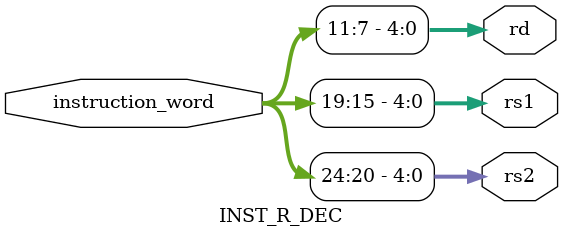
<source format=v>
/*
This module can perform instruction decoding for all R-type instructions
The module outputs the register addresses after decoding
*/

module INST_R_DEC (
    input[31:0] instruction_word,
    output reg[4:0] rs2,
    output reg[4:0] rs1,
    output reg[4:0] rd
);

    always@(instruction_word)
        begin
            rs2 = instruction_word[24:20];
            rs1 = instruction_word[19:15];
            rd = instruction_word[11:7];
        end
    
endmodule

</source>
